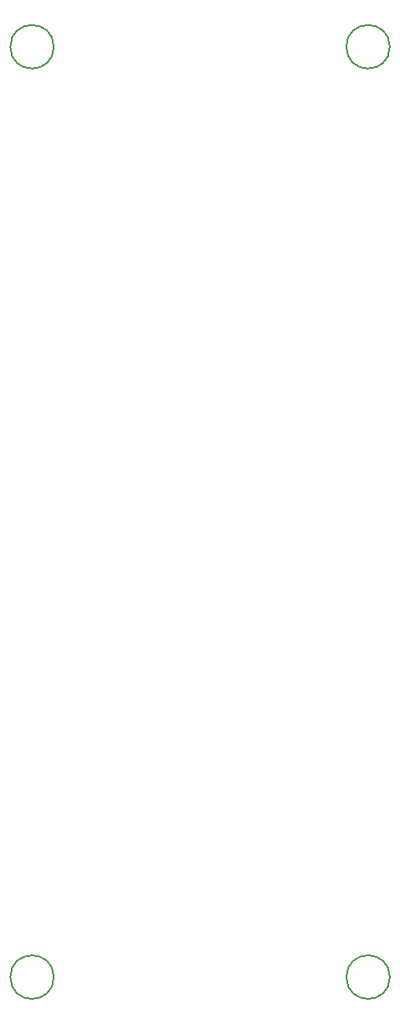
<source format=gbr>
%TF.GenerationSoftware,KiCad,Pcbnew,8.0.4-8.0.4-0~ubuntu22.04.1*%
%TF.CreationDate,2024-09-22T16:22:26+03:00*%
%TF.ProjectId,PM-ESPC3,504d2d45-5350-4433-932e-6b696361645f,rev?*%
%TF.SameCoordinates,Original*%
%TF.FileFunction,Other,Comment*%
%FSLAX46Y46*%
G04 Gerber Fmt 4.6, Leading zero omitted, Abs format (unit mm)*
G04 Created by KiCad (PCBNEW 8.0.4-8.0.4-0~ubuntu22.04.1) date 2024-09-22 16:22:26*
%MOMM*%
%LPD*%
G01*
G04 APERTURE LIST*
%ADD10C,0.150000*%
G04 APERTURE END LIST*
D10*
%TO.C,H2*%
X-19800000Y-47000000D02*
G75*
G02*
X-24200000Y-47000000I-2200000J0D01*
G01*
X-24200000Y-47000000D02*
G75*
G02*
X-19800000Y-47000000I2200000J0D01*
G01*
%TO.C,H4*%
X-19800000Y47000000D02*
G75*
G02*
X-24200000Y47000000I-2200000J0D01*
G01*
X-24200000Y47000000D02*
G75*
G02*
X-19800000Y47000000I2200000J0D01*
G01*
%TO.C,H1*%
X14200000Y-47000000D02*
G75*
G02*
X9800000Y-47000000I-2200000J0D01*
G01*
X9800000Y-47000000D02*
G75*
G02*
X14200000Y-47000000I2200000J0D01*
G01*
%TO.C,H3*%
X14200000Y47000000D02*
G75*
G02*
X9800000Y47000000I-2200000J0D01*
G01*
X9800000Y47000000D02*
G75*
G02*
X14200000Y47000000I2200000J0D01*
G01*
%TD*%
M02*

</source>
